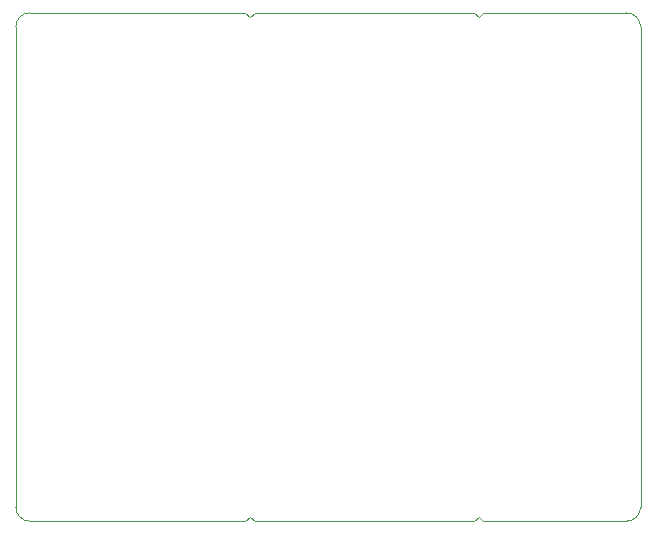
<source format=gbr>
%TF.GenerationSoftware,KiCad,Pcbnew,8.0.5*%
%TF.CreationDate,2024-10-24T14:08:13-04:00*%
%TF.ProjectId,SLI Interconnect PCB,534c4920-496e-4746-9572-636f6e6e6563,rev?*%
%TF.SameCoordinates,Original*%
%TF.FileFunction,Profile,NP*%
%FSLAX46Y46*%
G04 Gerber Fmt 4.6, Leading zero omitted, Abs format (unit mm)*
G04 Created by KiCad (PCBNEW 8.0.5) date 2024-10-24 14:08:13*
%MOMM*%
%LPD*%
G01*
G04 APERTURE LIST*
%TA.AperFunction,Profile*%
%ADD10C,0.020000*%
%TD*%
G04 APERTURE END LIST*
D10*
X171550000Y-121070000D02*
X171550000Y-80430000D01*
X157440000Y-79230000D02*
X138870000Y-79230000D01*
X119840000Y-79230000D02*
X138090000Y-79230000D01*
X138480000Y-79620000D02*
X138870000Y-79230000D01*
X157830000Y-79620000D02*
X158220000Y-79230000D01*
X138480000Y-121880000D02*
X138870000Y-122270000D01*
X157440000Y-122270000D02*
X138870000Y-122270000D01*
X158220000Y-79230000D02*
X170350000Y-79230000D01*
X119839744Y-122269963D02*
G75*
G02*
X118639937Y-121070247I-44J1199763D01*
G01*
X157830000Y-79620000D02*
X157440000Y-79230000D01*
X171550000Y-121070284D02*
G75*
G02*
X170350284Y-122270000I-1199700J-16D01*
G01*
X157830000Y-121880000D02*
X158220000Y-122270000D01*
X138480000Y-79620000D02*
X138090000Y-79230000D01*
X118640000Y-80429716D02*
G75*
G02*
X119839716Y-79230000I1199700J16D01*
G01*
X170350284Y-79230000D02*
G75*
G02*
X171550000Y-80429716I16J-1199700D01*
G01*
X157830000Y-121880000D02*
X157440000Y-122270000D01*
X119840000Y-122270000D02*
X138090000Y-122270000D01*
X118640000Y-121070000D02*
X118640000Y-80430000D01*
X158220000Y-122270000D02*
X170350000Y-122270000D01*
X138480000Y-121880000D02*
X138090000Y-122270000D01*
M02*

</source>
